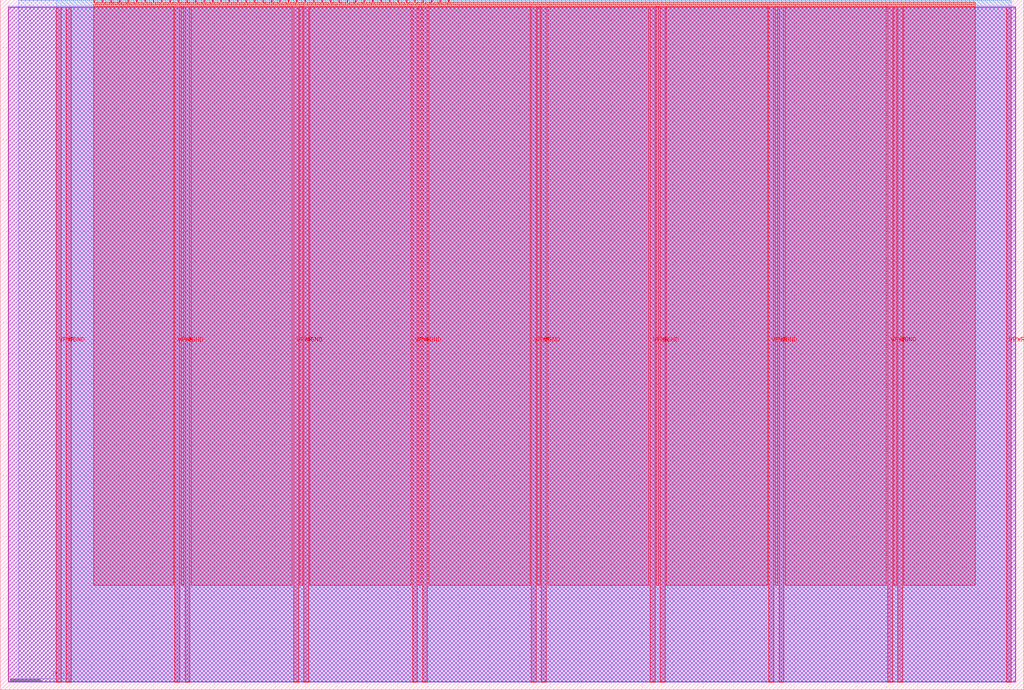
<source format=lef>
VERSION 5.7 ;
  NOWIREEXTENSIONATPIN ON ;
  DIVIDERCHAR "/" ;
  BUSBITCHARS "[]" ;
MACRO tt_um_Qwendu_spi_fpu
  CLASS BLOCK ;
  FOREIGN tt_um_Qwendu_spi_fpu ;
  ORIGIN 0.000 0.000 ;
  SIZE 334.880 BY 225.760 ;
  PIN VGND
    DIRECTION INOUT ;
    USE GROUND ;
    PORT
      LAYER met4 ;
        RECT 21.580 2.480 23.180 223.280 ;
    END
    PORT
      LAYER met4 ;
        RECT 60.450 2.480 62.050 223.280 ;
    END
    PORT
      LAYER met4 ;
        RECT 99.320 2.480 100.920 223.280 ;
    END
    PORT
      LAYER met4 ;
        RECT 138.190 2.480 139.790 223.280 ;
    END
    PORT
      LAYER met4 ;
        RECT 177.060 2.480 178.660 223.280 ;
    END
    PORT
      LAYER met4 ;
        RECT 215.930 2.480 217.530 223.280 ;
    END
    PORT
      LAYER met4 ;
        RECT 254.800 2.480 256.400 223.280 ;
    END
    PORT
      LAYER met4 ;
        RECT 293.670 2.480 295.270 223.280 ;
    END
  END VGND
  PIN VPWR
    DIRECTION INOUT ;
    USE POWER ;
    PORT
      LAYER met4 ;
        RECT 18.280 2.480 19.880 223.280 ;
    END
    PORT
      LAYER met4 ;
        RECT 57.150 2.480 58.750 223.280 ;
    END
    PORT
      LAYER met4 ;
        RECT 96.020 2.480 97.620 223.280 ;
    END
    PORT
      LAYER met4 ;
        RECT 134.890 2.480 136.490 223.280 ;
    END
    PORT
      LAYER met4 ;
        RECT 173.760 2.480 175.360 223.280 ;
    END
    PORT
      LAYER met4 ;
        RECT 212.630 2.480 214.230 223.280 ;
    END
    PORT
      LAYER met4 ;
        RECT 251.500 2.480 253.100 223.280 ;
    END
    PORT
      LAYER met4 ;
        RECT 290.370 2.480 291.970 223.280 ;
    END
    PORT
      LAYER met4 ;
        RECT 329.240 2.480 330.840 223.280 ;
    END
  END VPWR
  PIN clk
    DIRECTION INPUT ;
    USE SIGNAL ;
    ANTENNAGATEAREA 0.852000 ;
    PORT
      LAYER met4 ;
        RECT 143.830 224.760 144.130 225.760 ;
    END
  END clk
  PIN ena
    DIRECTION INPUT ;
    USE SIGNAL ;
    PORT
      LAYER met4 ;
        RECT 146.590 224.760 146.890 225.760 ;
    END
  END ena
  PIN rst_n
    DIRECTION INPUT ;
    USE SIGNAL ;
    ANTENNAGATEAREA 0.196500 ;
    PORT
      LAYER met4 ;
        RECT 141.070 224.760 141.370 225.760 ;
    END
  END rst_n
  PIN ui_in[0]
    DIRECTION INPUT ;
    USE SIGNAL ;
    ANTENNAGATEAREA 0.196500 ;
    PORT
      LAYER met4 ;
        RECT 138.310 224.760 138.610 225.760 ;
    END
  END ui_in[0]
  PIN ui_in[1]
    DIRECTION INPUT ;
    USE SIGNAL ;
    ANTENNAGATEAREA 0.196500 ;
    PORT
      LAYER met4 ;
        RECT 135.550 224.760 135.850 225.760 ;
    END
  END ui_in[1]
  PIN ui_in[2]
    DIRECTION INPUT ;
    USE SIGNAL ;
    ANTENNAGATEAREA 0.196500 ;
    PORT
      LAYER met4 ;
        RECT 132.790 224.760 133.090 225.760 ;
    END
  END ui_in[2]
  PIN ui_in[3]
    DIRECTION INPUT ;
    USE SIGNAL ;
    PORT
      LAYER met4 ;
        RECT 130.030 224.760 130.330 225.760 ;
    END
  END ui_in[3]
  PIN ui_in[4]
    DIRECTION INPUT ;
    USE SIGNAL ;
    PORT
      LAYER met4 ;
        RECT 127.270 224.760 127.570 225.760 ;
    END
  END ui_in[4]
  PIN ui_in[5]
    DIRECTION INPUT ;
    USE SIGNAL ;
    PORT
      LAYER met4 ;
        RECT 124.510 224.760 124.810 225.760 ;
    END
  END ui_in[5]
  PIN ui_in[6]
    DIRECTION INPUT ;
    USE SIGNAL ;
    PORT
      LAYER met4 ;
        RECT 121.750 224.760 122.050 225.760 ;
    END
  END ui_in[6]
  PIN ui_in[7]
    DIRECTION INPUT ;
    USE SIGNAL ;
    PORT
      LAYER met4 ;
        RECT 118.990 224.760 119.290 225.760 ;
    END
  END ui_in[7]
  PIN uio_in[0]
    DIRECTION INPUT ;
    USE SIGNAL ;
    PORT
      LAYER met4 ;
        RECT 116.230 224.760 116.530 225.760 ;
    END
  END uio_in[0]
  PIN uio_in[1]
    DIRECTION INPUT ;
    USE SIGNAL ;
    PORT
      LAYER met4 ;
        RECT 113.470 224.760 113.770 225.760 ;
    END
  END uio_in[1]
  PIN uio_in[2]
    DIRECTION INPUT ;
    USE SIGNAL ;
    PORT
      LAYER met4 ;
        RECT 110.710 224.760 111.010 225.760 ;
    END
  END uio_in[2]
  PIN uio_in[3]
    DIRECTION INPUT ;
    USE SIGNAL ;
    PORT
      LAYER met4 ;
        RECT 107.950 224.760 108.250 225.760 ;
    END
  END uio_in[3]
  PIN uio_in[4]
    DIRECTION INPUT ;
    USE SIGNAL ;
    PORT
      LAYER met4 ;
        RECT 105.190 224.760 105.490 225.760 ;
    END
  END uio_in[4]
  PIN uio_in[5]
    DIRECTION INPUT ;
    USE SIGNAL ;
    PORT
      LAYER met4 ;
        RECT 102.430 224.760 102.730 225.760 ;
    END
  END uio_in[5]
  PIN uio_in[6]
    DIRECTION INPUT ;
    USE SIGNAL ;
    PORT
      LAYER met4 ;
        RECT 99.670 224.760 99.970 225.760 ;
    END
  END uio_in[6]
  PIN uio_in[7]
    DIRECTION INPUT ;
    USE SIGNAL ;
    PORT
      LAYER met4 ;
        RECT 96.910 224.760 97.210 225.760 ;
    END
  END uio_in[7]
  PIN uio_oe[0]
    DIRECTION OUTPUT ;
    USE SIGNAL ;
    PORT
      LAYER met4 ;
        RECT 49.990 224.760 50.290 225.760 ;
    END
  END uio_oe[0]
  PIN uio_oe[1]
    DIRECTION OUTPUT ;
    USE SIGNAL ;
    PORT
      LAYER met4 ;
        RECT 47.230 224.760 47.530 225.760 ;
    END
  END uio_oe[1]
  PIN uio_oe[2]
    DIRECTION OUTPUT ;
    USE SIGNAL ;
    PORT
      LAYER met4 ;
        RECT 44.470 224.760 44.770 225.760 ;
    END
  END uio_oe[2]
  PIN uio_oe[3]
    DIRECTION OUTPUT ;
    USE SIGNAL ;
    PORT
      LAYER met4 ;
        RECT 41.710 224.760 42.010 225.760 ;
    END
  END uio_oe[3]
  PIN uio_oe[4]
    DIRECTION OUTPUT ;
    USE SIGNAL ;
    PORT
      LAYER met4 ;
        RECT 38.950 224.760 39.250 225.760 ;
    END
  END uio_oe[4]
  PIN uio_oe[5]
    DIRECTION OUTPUT ;
    USE SIGNAL ;
    PORT
      LAYER met4 ;
        RECT 36.190 224.760 36.490 225.760 ;
    END
  END uio_oe[5]
  PIN uio_oe[6]
    DIRECTION OUTPUT ;
    USE SIGNAL ;
    PORT
      LAYER met4 ;
        RECT 33.430 224.760 33.730 225.760 ;
    END
  END uio_oe[6]
  PIN uio_oe[7]
    DIRECTION OUTPUT ;
    USE SIGNAL ;
    PORT
      LAYER met4 ;
        RECT 30.670 224.760 30.970 225.760 ;
    END
  END uio_oe[7]
  PIN uio_out[0]
    DIRECTION OUTPUT ;
    USE SIGNAL ;
    PORT
      LAYER met4 ;
        RECT 72.070 224.760 72.370 225.760 ;
    END
  END uio_out[0]
  PIN uio_out[1]
    DIRECTION OUTPUT ;
    USE SIGNAL ;
    PORT
      LAYER met4 ;
        RECT 69.310 224.760 69.610 225.760 ;
    END
  END uio_out[1]
  PIN uio_out[2]
    DIRECTION OUTPUT ;
    USE SIGNAL ;
    PORT
      LAYER met4 ;
        RECT 66.550 224.760 66.850 225.760 ;
    END
  END uio_out[2]
  PIN uio_out[3]
    DIRECTION OUTPUT ;
    USE SIGNAL ;
    PORT
      LAYER met4 ;
        RECT 63.790 224.760 64.090 225.760 ;
    END
  END uio_out[3]
  PIN uio_out[4]
    DIRECTION OUTPUT ;
    USE SIGNAL ;
    PORT
      LAYER met4 ;
        RECT 61.030 224.760 61.330 225.760 ;
    END
  END uio_out[4]
  PIN uio_out[5]
    DIRECTION OUTPUT ;
    USE SIGNAL ;
    PORT
      LAYER met4 ;
        RECT 58.270 224.760 58.570 225.760 ;
    END
  END uio_out[5]
  PIN uio_out[6]
    DIRECTION OUTPUT ;
    USE SIGNAL ;
    PORT
      LAYER met4 ;
        RECT 55.510 224.760 55.810 225.760 ;
    END
  END uio_out[6]
  PIN uio_out[7]
    DIRECTION OUTPUT ;
    USE SIGNAL ;
    PORT
      LAYER met4 ;
        RECT 52.750 224.760 53.050 225.760 ;
    END
  END uio_out[7]
  PIN uo_out[0]
    DIRECTION OUTPUT ;
    USE SIGNAL ;
    ANTENNADIFFAREA 0.795200 ;
    PORT
      LAYER met4 ;
        RECT 94.150 224.760 94.450 225.760 ;
    END
  END uo_out[0]
  PIN uo_out[1]
    DIRECTION OUTPUT ;
    USE SIGNAL ;
    PORT
      LAYER met4 ;
        RECT 91.390 224.760 91.690 225.760 ;
    END
  END uo_out[1]
  PIN uo_out[2]
    DIRECTION OUTPUT ;
    USE SIGNAL ;
    PORT
      LAYER met4 ;
        RECT 88.630 224.760 88.930 225.760 ;
    END
  END uo_out[2]
  PIN uo_out[3]
    DIRECTION OUTPUT ;
    USE SIGNAL ;
    PORT
      LAYER met4 ;
        RECT 85.870 224.760 86.170 225.760 ;
    END
  END uo_out[3]
  PIN uo_out[4]
    DIRECTION OUTPUT ;
    USE SIGNAL ;
    PORT
      LAYER met4 ;
        RECT 83.110 224.760 83.410 225.760 ;
    END
  END uo_out[4]
  PIN uo_out[5]
    DIRECTION OUTPUT ;
    USE SIGNAL ;
    PORT
      LAYER met4 ;
        RECT 80.350 224.760 80.650 225.760 ;
    END
  END uo_out[5]
  PIN uo_out[6]
    DIRECTION OUTPUT ;
    USE SIGNAL ;
    PORT
      LAYER met4 ;
        RECT 77.590 224.760 77.890 225.760 ;
    END
  END uo_out[6]
  PIN uo_out[7]
    DIRECTION OUTPUT ;
    USE SIGNAL ;
    PORT
      LAYER met4 ;
        RECT 74.830 224.760 75.130 225.760 ;
    END
  END uo_out[7]
  OBS
      LAYER nwell ;
        RECT 2.570 2.635 332.310 223.230 ;
      LAYER li1 ;
        RECT 2.760 2.635 332.120 223.125 ;
      LAYER met1 ;
        RECT 2.760 2.480 332.120 223.680 ;
      LAYER met2 ;
        RECT 6.080 2.535 330.810 225.605 ;
      LAYER met3 ;
        RECT 18.290 2.555 330.830 225.585 ;
      LAYER met4 ;
        RECT 31.370 224.360 33.030 224.905 ;
        RECT 34.130 224.360 35.790 224.905 ;
        RECT 36.890 224.360 38.550 224.905 ;
        RECT 39.650 224.360 41.310 224.905 ;
        RECT 42.410 224.360 44.070 224.905 ;
        RECT 45.170 224.360 46.830 224.905 ;
        RECT 47.930 224.360 49.590 224.905 ;
        RECT 50.690 224.360 52.350 224.905 ;
        RECT 53.450 224.360 55.110 224.905 ;
        RECT 56.210 224.360 57.870 224.905 ;
        RECT 58.970 224.360 60.630 224.905 ;
        RECT 61.730 224.360 63.390 224.905 ;
        RECT 64.490 224.360 66.150 224.905 ;
        RECT 67.250 224.360 68.910 224.905 ;
        RECT 70.010 224.360 71.670 224.905 ;
        RECT 72.770 224.360 74.430 224.905 ;
        RECT 75.530 224.360 77.190 224.905 ;
        RECT 78.290 224.360 79.950 224.905 ;
        RECT 81.050 224.360 82.710 224.905 ;
        RECT 83.810 224.360 85.470 224.905 ;
        RECT 86.570 224.360 88.230 224.905 ;
        RECT 89.330 224.360 90.990 224.905 ;
        RECT 92.090 224.360 93.750 224.905 ;
        RECT 94.850 224.360 96.510 224.905 ;
        RECT 97.610 224.360 99.270 224.905 ;
        RECT 100.370 224.360 102.030 224.905 ;
        RECT 103.130 224.360 104.790 224.905 ;
        RECT 105.890 224.360 107.550 224.905 ;
        RECT 108.650 224.360 110.310 224.905 ;
        RECT 111.410 224.360 113.070 224.905 ;
        RECT 114.170 224.360 115.830 224.905 ;
        RECT 116.930 224.360 118.590 224.905 ;
        RECT 119.690 224.360 121.350 224.905 ;
        RECT 122.450 224.360 124.110 224.905 ;
        RECT 125.210 224.360 126.870 224.905 ;
        RECT 127.970 224.360 129.630 224.905 ;
        RECT 130.730 224.360 132.390 224.905 ;
        RECT 133.490 224.360 135.150 224.905 ;
        RECT 136.250 224.360 137.910 224.905 ;
        RECT 139.010 224.360 140.670 224.905 ;
        RECT 141.770 224.360 143.430 224.905 ;
        RECT 144.530 224.360 146.190 224.905 ;
        RECT 147.290 224.360 318.945 224.905 ;
        RECT 30.655 223.680 318.945 224.360 ;
        RECT 30.655 34.175 56.750 223.680 ;
        RECT 59.150 34.175 60.050 223.680 ;
        RECT 62.450 34.175 95.620 223.680 ;
        RECT 98.020 34.175 98.920 223.680 ;
        RECT 101.320 34.175 134.490 223.680 ;
        RECT 136.890 34.175 137.790 223.680 ;
        RECT 140.190 34.175 173.360 223.680 ;
        RECT 175.760 34.175 176.660 223.680 ;
        RECT 179.060 34.175 212.230 223.680 ;
        RECT 214.630 34.175 215.530 223.680 ;
        RECT 217.930 34.175 251.100 223.680 ;
        RECT 253.500 34.175 254.400 223.680 ;
        RECT 256.800 34.175 289.970 223.680 ;
        RECT 292.370 34.175 293.270 223.680 ;
        RECT 295.670 34.175 318.945 223.680 ;
  END
END tt_um_Qwendu_spi_fpu
END LIBRARY


</source>
